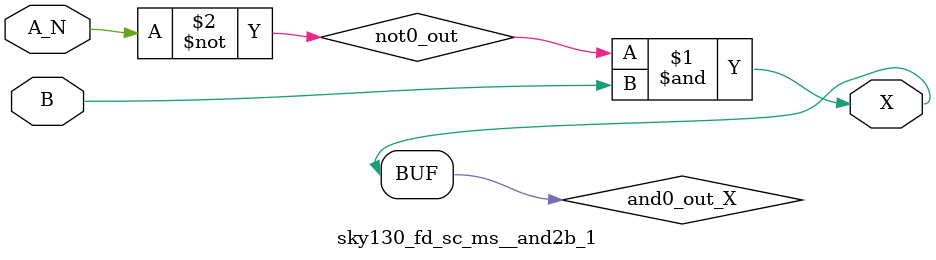
<source format=v>
/*
 * Copyright 2020 The SkyWater PDK Authors
 *
 * Licensed under the Apache License, Version 2.0 (the "License");
 * you may not use this file except in compliance with the License.
 * You may obtain a copy of the License at
 *
 *     https://www.apache.org/licenses/LICENSE-2.0
 *
 * Unless required by applicable law or agreed to in writing, software
 * distributed under the License is distributed on an "AS IS" BASIS,
 * WITHOUT WARRANTIES OR CONDITIONS OF ANY KIND, either express or implied.
 * See the License for the specific language governing permissions and
 * limitations under the License.
 *
 * SPDX-License-Identifier: Apache-2.0
*/


`ifndef SKY130_FD_SC_MS__AND2B_1_FUNCTIONAL_V
`define SKY130_FD_SC_MS__AND2B_1_FUNCTIONAL_V

/**
 * and2b: 2-input AND, first input inverted.
 *
 * Verilog simulation functional model.
 */

`timescale 1ns / 1ps
`default_nettype none

`celldefine
module sky130_fd_sc_ms__and2b_1 (
    X  ,
    A_N,
    B
);

    // Module ports
    output X  ;
    input  A_N;
    input  B  ;

    // Local signals
    wire not0_out  ;
    wire and0_out_X;

    //  Name  Output      Other arguments
    not not0 (not0_out  , A_N            );
    and and0 (and0_out_X, not0_out, B    );
    buf buf0 (X         , and0_out_X     );

endmodule
`endcelldefine

`default_nettype wire
`endif  // SKY130_FD_SC_MS__AND2B_1_FUNCTIONAL_V

</source>
